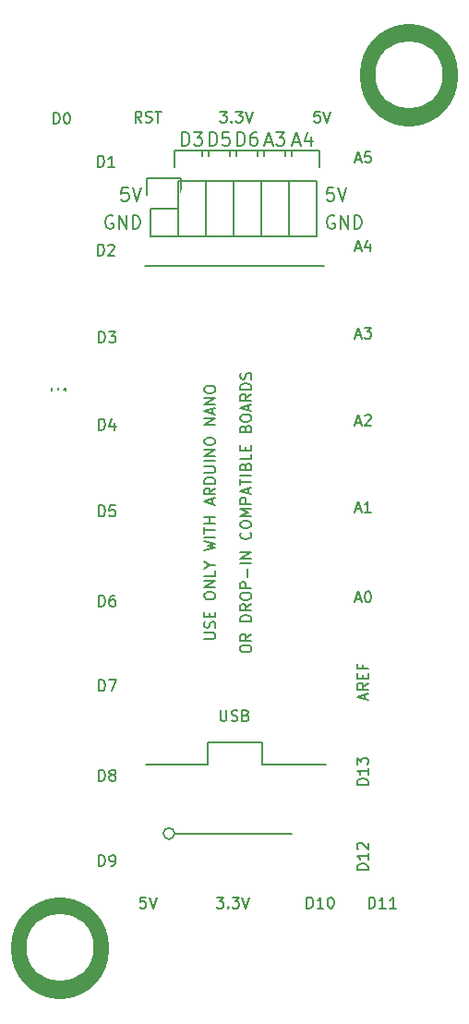
<source format=gto>
%TF.GenerationSoftware,KiCad,Pcbnew,4.0.5-e0-6337~49~ubuntu16.04.1*%
%TF.CreationDate,2017-08-08T07:01:44-07:00*%
%TF.ProjectId,5x11-Arduino-Nano-Robot-Version,357831312D41726475696E6F2D4E616E,v1.2*%
%TF.FileFunction,Legend,Top*%
%FSLAX46Y46*%
G04 Gerber Fmt 4.6, Leading zero omitted, Abs format (unit mm)*
G04 Created by KiCad (PCBNEW 4.0.5-e0-6337~49~ubuntu16.04.1) date Tue Aug  8 07:01:44 2017*
%MOMM*%
%LPD*%
G01*
G04 APERTURE LIST*
%ADD10C,0.350000*%
%ADD11C,0.200000*%
%ADD12C,0.150000*%
%ADD13C,0.152400*%
%ADD14C,9.000000*%
%ADD15C,0.127000*%
%ADD16C,0.300000*%
%ADD17C,0.254000*%
%ADD18R,2.184400X1.879600*%
%ADD19O,2.184400X1.879600*%
%ADD20R,2.184400X2.184400*%
%ADD21O,2.184400X2.184400*%
%ADD22C,1.879600*%
%ADD23C,6.152400*%
G04 APERTURE END LIST*
D10*
D11*
X28295715Y-88300000D02*
X28181429Y-88242857D01*
X28010000Y-88242857D01*
X27838572Y-88300000D01*
X27724286Y-88414286D01*
X27667143Y-88528571D01*
X27610000Y-88757143D01*
X27610000Y-88928571D01*
X27667143Y-89157143D01*
X27724286Y-89271429D01*
X27838572Y-89385714D01*
X28010000Y-89442857D01*
X28124286Y-89442857D01*
X28295715Y-89385714D01*
X28352858Y-89328571D01*
X28352858Y-88928571D01*
X28124286Y-88928571D01*
X28867143Y-89442857D02*
X28867143Y-88242857D01*
X29552858Y-89442857D01*
X29552858Y-88242857D01*
X30124286Y-89442857D02*
X30124286Y-88242857D01*
X30410001Y-88242857D01*
X30581429Y-88300000D01*
X30695715Y-88414286D01*
X30752858Y-88528571D01*
X30810001Y-88757143D01*
X30810001Y-88928571D01*
X30752858Y-89157143D01*
X30695715Y-89271429D01*
X30581429Y-89385714D01*
X30410001Y-89442857D01*
X30124286Y-89442857D01*
X24542857Y-81480000D02*
X25114286Y-81480000D01*
X24428572Y-81822857D02*
X24828572Y-80622857D01*
X25228572Y-81822857D01*
X26142857Y-81022857D02*
X26142857Y-81822857D01*
X25857143Y-80565714D02*
X25571428Y-81422857D01*
X26314286Y-81422857D01*
X22002857Y-81480000D02*
X22574286Y-81480000D01*
X21888572Y-81822857D02*
X22288572Y-80622857D01*
X22688572Y-81822857D01*
X22974286Y-80622857D02*
X23717143Y-80622857D01*
X23317143Y-81080000D01*
X23488571Y-81080000D01*
X23602857Y-81137143D01*
X23660000Y-81194286D01*
X23717143Y-81308571D01*
X23717143Y-81594286D01*
X23660000Y-81708571D01*
X23602857Y-81765714D01*
X23488571Y-81822857D01*
X23145714Y-81822857D01*
X23031428Y-81765714D01*
X22974286Y-81708571D01*
X19434286Y-81822857D02*
X19434286Y-80622857D01*
X19720001Y-80622857D01*
X19891429Y-80680000D01*
X20005715Y-80794286D01*
X20062858Y-80908571D01*
X20120001Y-81137143D01*
X20120001Y-81308571D01*
X20062858Y-81537143D01*
X20005715Y-81651429D01*
X19891429Y-81765714D01*
X19720001Y-81822857D01*
X19434286Y-81822857D01*
X21148572Y-80622857D02*
X20920001Y-80622857D01*
X20805715Y-80680000D01*
X20748572Y-80737143D01*
X20634286Y-80908571D01*
X20577143Y-81137143D01*
X20577143Y-81594286D01*
X20634286Y-81708571D01*
X20691429Y-81765714D01*
X20805715Y-81822857D01*
X21034286Y-81822857D01*
X21148572Y-81765714D01*
X21205715Y-81708571D01*
X21262858Y-81594286D01*
X21262858Y-81308571D01*
X21205715Y-81194286D01*
X21148572Y-81137143D01*
X21034286Y-81080000D01*
X20805715Y-81080000D01*
X20691429Y-81137143D01*
X20634286Y-81194286D01*
X20577143Y-81308571D01*
X16894286Y-81822857D02*
X16894286Y-80622857D01*
X17180001Y-80622857D01*
X17351429Y-80680000D01*
X17465715Y-80794286D01*
X17522858Y-80908571D01*
X17580001Y-81137143D01*
X17580001Y-81308571D01*
X17522858Y-81537143D01*
X17465715Y-81651429D01*
X17351429Y-81765714D01*
X17180001Y-81822857D01*
X16894286Y-81822857D01*
X18665715Y-80622857D02*
X18094286Y-80622857D01*
X18037143Y-81194286D01*
X18094286Y-81137143D01*
X18208572Y-81080000D01*
X18494286Y-81080000D01*
X18608572Y-81137143D01*
X18665715Y-81194286D01*
X18722858Y-81308571D01*
X18722858Y-81594286D01*
X18665715Y-81708571D01*
X18608572Y-81765714D01*
X18494286Y-81822857D01*
X18208572Y-81822857D01*
X18094286Y-81765714D01*
X18037143Y-81708571D01*
X14354286Y-81822857D02*
X14354286Y-80622857D01*
X14640001Y-80622857D01*
X14811429Y-80680000D01*
X14925715Y-80794286D01*
X14982858Y-80908571D01*
X15040001Y-81137143D01*
X15040001Y-81308571D01*
X14982858Y-81537143D01*
X14925715Y-81651429D01*
X14811429Y-81765714D01*
X14640001Y-81822857D01*
X14354286Y-81822857D01*
X15440001Y-80622857D02*
X16182858Y-80622857D01*
X15782858Y-81080000D01*
X15954286Y-81080000D01*
X16068572Y-81137143D01*
X16125715Y-81194286D01*
X16182858Y-81308571D01*
X16182858Y-81594286D01*
X16125715Y-81708571D01*
X16068572Y-81765714D01*
X15954286Y-81822857D01*
X15611429Y-81822857D01*
X15497143Y-81765714D01*
X15440001Y-81708571D01*
X7975715Y-88300000D02*
X7861429Y-88242857D01*
X7690000Y-88242857D01*
X7518572Y-88300000D01*
X7404286Y-88414286D01*
X7347143Y-88528571D01*
X7290000Y-88757143D01*
X7290000Y-88928571D01*
X7347143Y-89157143D01*
X7404286Y-89271429D01*
X7518572Y-89385714D01*
X7690000Y-89442857D01*
X7804286Y-89442857D01*
X7975715Y-89385714D01*
X8032858Y-89328571D01*
X8032858Y-88928571D01*
X7804286Y-88928571D01*
X8547143Y-89442857D02*
X8547143Y-88242857D01*
X9232858Y-89442857D01*
X9232858Y-88242857D01*
X9804286Y-89442857D02*
X9804286Y-88242857D01*
X10090001Y-88242857D01*
X10261429Y-88300000D01*
X10375715Y-88414286D01*
X10432858Y-88528571D01*
X10490001Y-88757143D01*
X10490001Y-88928571D01*
X10432858Y-89157143D01*
X10375715Y-89271429D01*
X10261429Y-89385714D01*
X10090001Y-89442857D01*
X9804286Y-89442857D01*
X9404287Y-85702857D02*
X8832858Y-85702857D01*
X8775715Y-86274286D01*
X8832858Y-86217143D01*
X8947144Y-86160000D01*
X9232858Y-86160000D01*
X9347144Y-86217143D01*
X9404287Y-86274286D01*
X9461430Y-86388571D01*
X9461430Y-86674286D01*
X9404287Y-86788571D01*
X9347144Y-86845714D01*
X9232858Y-86902857D01*
X8947144Y-86902857D01*
X8832858Y-86845714D01*
X8775715Y-86788571D01*
X9804287Y-85702857D02*
X10204287Y-86902857D01*
X10604287Y-85702857D01*
X28238572Y-85702857D02*
X27667143Y-85702857D01*
X27610000Y-86274286D01*
X27667143Y-86217143D01*
X27781429Y-86160000D01*
X28067143Y-86160000D01*
X28181429Y-86217143D01*
X28238572Y-86274286D01*
X28295715Y-86388571D01*
X28295715Y-86674286D01*
X28238572Y-86788571D01*
X28181429Y-86845714D01*
X28067143Y-86902857D01*
X27781429Y-86902857D01*
X27667143Y-86845714D01*
X27610000Y-86788571D01*
X28638572Y-85702857D02*
X29038572Y-86902857D01*
X29438572Y-85702857D01*
D12*
X13970000Y-85090000D02*
X13970000Y-90170000D01*
X13970000Y-90170000D02*
X16510000Y-90170000D01*
X16510000Y-90170000D02*
X16510000Y-85090000D01*
X16790000Y-82270000D02*
X16790000Y-83820000D01*
X16510000Y-85090000D02*
X13970000Y-85090000D01*
X13690000Y-83820000D02*
X13690000Y-82270000D01*
X13690000Y-82270000D02*
X16790000Y-82270000D01*
X16510000Y-85090000D02*
X16510000Y-90170000D01*
X16510000Y-90170000D02*
X19050000Y-90170000D01*
X19050000Y-90170000D02*
X19050000Y-85090000D01*
X19330000Y-82270000D02*
X19330000Y-83820000D01*
X19050000Y-85090000D02*
X16510000Y-85090000D01*
X16230000Y-83820000D02*
X16230000Y-82270000D01*
X16230000Y-82270000D02*
X19330000Y-82270000D01*
X21590000Y-85090000D02*
X21590000Y-90170000D01*
X21590000Y-90170000D02*
X24130000Y-90170000D01*
X24130000Y-90170000D02*
X24130000Y-85090000D01*
X24410000Y-82270000D02*
X24410000Y-83820000D01*
X24130000Y-85090000D02*
X21590000Y-85090000D01*
X21310000Y-83820000D02*
X21310000Y-82270000D01*
X21310000Y-82270000D02*
X24410000Y-82270000D01*
X24130000Y-85090000D02*
X24130000Y-90170000D01*
X24130000Y-90170000D02*
X26670000Y-90170000D01*
X26670000Y-90170000D02*
X26670000Y-85090000D01*
X26950000Y-82270000D02*
X26950000Y-83820000D01*
X26670000Y-85090000D02*
X24130000Y-85090000D01*
X23850000Y-83820000D02*
X23850000Y-82270000D01*
X23850000Y-82270000D02*
X26950000Y-82270000D01*
X19050000Y-85090000D02*
X19050000Y-90170000D01*
X19050000Y-90170000D02*
X21590000Y-90170000D01*
X21590000Y-90170000D02*
X21590000Y-85090000D01*
X21870000Y-82270000D02*
X21870000Y-83820000D01*
X21590000Y-85090000D02*
X19050000Y-85090000D01*
X18770000Y-83820000D02*
X18770000Y-82270000D01*
X18770000Y-82270000D02*
X21870000Y-82270000D01*
X13970000Y-87630000D02*
X13970000Y-90170000D01*
X14250000Y-84810000D02*
X14250000Y-86360000D01*
X13970000Y-87630000D02*
X11430000Y-87630000D01*
X11150000Y-86360000D02*
X11150000Y-84810000D01*
X11150000Y-84810000D02*
X14250000Y-84810000D01*
X11430000Y-87630000D02*
X11430000Y-90170000D01*
X11430000Y-90170000D02*
X13970000Y-90170000D01*
D13*
X13716000Y-144907000D02*
X24384000Y-144907000D01*
X13653433Y-144907000D02*
G75*
G03X13653433Y-144907000I-508933J0D01*
G01*
D14*
X35179000Y-75184000D02*
X35179000Y-75565000D01*
D15*
X10962000Y-92861000D02*
X27378000Y-92861000D01*
X21663000Y-136549000D02*
X16710000Y-136549000D01*
X21663000Y-138581000D02*
X21662000Y-136573500D01*
X21663000Y-138581000D02*
X27505000Y-138581000D01*
X16710000Y-138573500D02*
X16710000Y-136573500D01*
X10995000Y-138581000D02*
X16710000Y-138581000D01*
D14*
X3175000Y-155257500D02*
X3175000Y-155638500D01*
D12*
X17861095Y-133588381D02*
X17861095Y-134397905D01*
X17908714Y-134493143D01*
X17956333Y-134540762D01*
X18051571Y-134588381D01*
X18242048Y-134588381D01*
X18337286Y-134540762D01*
X18384905Y-134493143D01*
X18432524Y-134397905D01*
X18432524Y-133588381D01*
X18861095Y-134540762D02*
X19003952Y-134588381D01*
X19242048Y-134588381D01*
X19337286Y-134540762D01*
X19384905Y-134493143D01*
X19432524Y-134397905D01*
X19432524Y-134302667D01*
X19384905Y-134207429D01*
X19337286Y-134159810D01*
X19242048Y-134112190D01*
X19051571Y-134064571D01*
X18956333Y-134016952D01*
X18908714Y-133969333D01*
X18861095Y-133874095D01*
X18861095Y-133778857D01*
X18908714Y-133683619D01*
X18956333Y-133636000D01*
X19051571Y-133588381D01*
X19289667Y-133588381D01*
X19432524Y-133636000D01*
X20194429Y-134064571D02*
X20337286Y-134112190D01*
X20384905Y-134159810D01*
X20432524Y-134255048D01*
X20432524Y-134397905D01*
X20384905Y-134493143D01*
X20337286Y-134540762D01*
X20242048Y-134588381D01*
X19861095Y-134588381D01*
X19861095Y-133588381D01*
X20194429Y-133588381D01*
X20289667Y-133636000D01*
X20337286Y-133683619D01*
X20384905Y-133778857D01*
X20384905Y-133874095D01*
X20337286Y-133969333D01*
X20289667Y-134016952D01*
X20194429Y-134064571D01*
X19861095Y-134064571D01*
X19685381Y-128055929D02*
X19685381Y-127865452D01*
X19733000Y-127770214D01*
X19828238Y-127674976D01*
X20018714Y-127627357D01*
X20352048Y-127627357D01*
X20542524Y-127674976D01*
X20637762Y-127770214D01*
X20685381Y-127865452D01*
X20685381Y-128055929D01*
X20637762Y-128151167D01*
X20542524Y-128246405D01*
X20352048Y-128294024D01*
X20018714Y-128294024D01*
X19828238Y-128246405D01*
X19733000Y-128151167D01*
X19685381Y-128055929D01*
X20685381Y-126627357D02*
X20209190Y-126960691D01*
X20685381Y-127198786D02*
X19685381Y-127198786D01*
X19685381Y-126817833D01*
X19733000Y-126722595D01*
X19780619Y-126674976D01*
X19875857Y-126627357D01*
X20018714Y-126627357D01*
X20113952Y-126674976D01*
X20161571Y-126722595D01*
X20209190Y-126817833D01*
X20209190Y-127198786D01*
X20685381Y-125436881D02*
X19685381Y-125436881D01*
X19685381Y-125198786D01*
X19733000Y-125055928D01*
X19828238Y-124960690D01*
X19923476Y-124913071D01*
X20113952Y-124865452D01*
X20256810Y-124865452D01*
X20447286Y-124913071D01*
X20542524Y-124960690D01*
X20637762Y-125055928D01*
X20685381Y-125198786D01*
X20685381Y-125436881D01*
X20685381Y-123865452D02*
X20209190Y-124198786D01*
X20685381Y-124436881D02*
X19685381Y-124436881D01*
X19685381Y-124055928D01*
X19733000Y-123960690D01*
X19780619Y-123913071D01*
X19875857Y-123865452D01*
X20018714Y-123865452D01*
X20113952Y-123913071D01*
X20161571Y-123960690D01*
X20209190Y-124055928D01*
X20209190Y-124436881D01*
X19685381Y-123246405D02*
X19685381Y-123055928D01*
X19733000Y-122960690D01*
X19828238Y-122865452D01*
X20018714Y-122817833D01*
X20352048Y-122817833D01*
X20542524Y-122865452D01*
X20637762Y-122960690D01*
X20685381Y-123055928D01*
X20685381Y-123246405D01*
X20637762Y-123341643D01*
X20542524Y-123436881D01*
X20352048Y-123484500D01*
X20018714Y-123484500D01*
X19828238Y-123436881D01*
X19733000Y-123341643D01*
X19685381Y-123246405D01*
X20685381Y-122389262D02*
X19685381Y-122389262D01*
X19685381Y-122008309D01*
X19733000Y-121913071D01*
X19780619Y-121865452D01*
X19875857Y-121817833D01*
X20018714Y-121817833D01*
X20113952Y-121865452D01*
X20161571Y-121913071D01*
X20209190Y-122008309D01*
X20209190Y-122389262D01*
X20304429Y-121389262D02*
X20304429Y-120627357D01*
X20685381Y-120151167D02*
X19685381Y-120151167D01*
X20685381Y-119674977D02*
X19685381Y-119674977D01*
X20685381Y-119103548D01*
X19685381Y-119103548D01*
X20590143Y-117294024D02*
X20637762Y-117341643D01*
X20685381Y-117484500D01*
X20685381Y-117579738D01*
X20637762Y-117722596D01*
X20542524Y-117817834D01*
X20447286Y-117865453D01*
X20256810Y-117913072D01*
X20113952Y-117913072D01*
X19923476Y-117865453D01*
X19828238Y-117817834D01*
X19733000Y-117722596D01*
X19685381Y-117579738D01*
X19685381Y-117484500D01*
X19733000Y-117341643D01*
X19780619Y-117294024D01*
X19685381Y-116674977D02*
X19685381Y-116484500D01*
X19733000Y-116389262D01*
X19828238Y-116294024D01*
X20018714Y-116246405D01*
X20352048Y-116246405D01*
X20542524Y-116294024D01*
X20637762Y-116389262D01*
X20685381Y-116484500D01*
X20685381Y-116674977D01*
X20637762Y-116770215D01*
X20542524Y-116865453D01*
X20352048Y-116913072D01*
X20018714Y-116913072D01*
X19828238Y-116865453D01*
X19733000Y-116770215D01*
X19685381Y-116674977D01*
X20685381Y-115817834D02*
X19685381Y-115817834D01*
X20399667Y-115484500D01*
X19685381Y-115151167D01*
X20685381Y-115151167D01*
X20685381Y-114674977D02*
X19685381Y-114674977D01*
X19685381Y-114294024D01*
X19733000Y-114198786D01*
X19780619Y-114151167D01*
X19875857Y-114103548D01*
X20018714Y-114103548D01*
X20113952Y-114151167D01*
X20161571Y-114198786D01*
X20209190Y-114294024D01*
X20209190Y-114674977D01*
X20399667Y-113722596D02*
X20399667Y-113246405D01*
X20685381Y-113817834D02*
X19685381Y-113484501D01*
X20685381Y-113151167D01*
X19685381Y-112960691D02*
X19685381Y-112389262D01*
X20685381Y-112674977D02*
X19685381Y-112674977D01*
X20685381Y-112055929D02*
X19685381Y-112055929D01*
X20161571Y-111246405D02*
X20209190Y-111103548D01*
X20256810Y-111055929D01*
X20352048Y-111008310D01*
X20494905Y-111008310D01*
X20590143Y-111055929D01*
X20637762Y-111103548D01*
X20685381Y-111198786D01*
X20685381Y-111579739D01*
X19685381Y-111579739D01*
X19685381Y-111246405D01*
X19733000Y-111151167D01*
X19780619Y-111103548D01*
X19875857Y-111055929D01*
X19971095Y-111055929D01*
X20066333Y-111103548D01*
X20113952Y-111151167D01*
X20161571Y-111246405D01*
X20161571Y-111579739D01*
X20685381Y-110103548D02*
X20685381Y-110579739D01*
X19685381Y-110579739D01*
X20161571Y-109770215D02*
X20161571Y-109436881D01*
X20685381Y-109294024D02*
X20685381Y-109770215D01*
X19685381Y-109770215D01*
X19685381Y-109294024D01*
X20161571Y-107770214D02*
X20209190Y-107627357D01*
X20256810Y-107579738D01*
X20352048Y-107532119D01*
X20494905Y-107532119D01*
X20590143Y-107579738D01*
X20637762Y-107627357D01*
X20685381Y-107722595D01*
X20685381Y-108103548D01*
X19685381Y-108103548D01*
X19685381Y-107770214D01*
X19733000Y-107674976D01*
X19780619Y-107627357D01*
X19875857Y-107579738D01*
X19971095Y-107579738D01*
X20066333Y-107627357D01*
X20113952Y-107674976D01*
X20161571Y-107770214D01*
X20161571Y-108103548D01*
X19685381Y-106913072D02*
X19685381Y-106722595D01*
X19733000Y-106627357D01*
X19828238Y-106532119D01*
X20018714Y-106484500D01*
X20352048Y-106484500D01*
X20542524Y-106532119D01*
X20637762Y-106627357D01*
X20685381Y-106722595D01*
X20685381Y-106913072D01*
X20637762Y-107008310D01*
X20542524Y-107103548D01*
X20352048Y-107151167D01*
X20018714Y-107151167D01*
X19828238Y-107103548D01*
X19733000Y-107008310D01*
X19685381Y-106913072D01*
X20399667Y-106103548D02*
X20399667Y-105627357D01*
X20685381Y-106198786D02*
X19685381Y-105865453D01*
X20685381Y-105532119D01*
X20685381Y-104627357D02*
X20209190Y-104960691D01*
X20685381Y-105198786D02*
X19685381Y-105198786D01*
X19685381Y-104817833D01*
X19733000Y-104722595D01*
X19780619Y-104674976D01*
X19875857Y-104627357D01*
X20018714Y-104627357D01*
X20113952Y-104674976D01*
X20161571Y-104722595D01*
X20209190Y-104817833D01*
X20209190Y-105198786D01*
X20685381Y-104198786D02*
X19685381Y-104198786D01*
X19685381Y-103960691D01*
X19733000Y-103817833D01*
X19828238Y-103722595D01*
X19923476Y-103674976D01*
X20113952Y-103627357D01*
X20256810Y-103627357D01*
X20447286Y-103674976D01*
X20542524Y-103722595D01*
X20637762Y-103817833D01*
X20685381Y-103960691D01*
X20685381Y-104198786D01*
X20637762Y-103246405D02*
X20685381Y-103103548D01*
X20685381Y-102865452D01*
X20637762Y-102770214D01*
X20590143Y-102722595D01*
X20494905Y-102674976D01*
X20399667Y-102674976D01*
X20304429Y-102722595D01*
X20256810Y-102770214D01*
X20209190Y-102865452D01*
X20161571Y-103055929D01*
X20113952Y-103151167D01*
X20066333Y-103198786D01*
X19971095Y-103246405D01*
X19875857Y-103246405D01*
X19780619Y-103198786D01*
X19733000Y-103151167D01*
X19685381Y-103055929D01*
X19685381Y-102817833D01*
X19733000Y-102674976D01*
X16383381Y-127055929D02*
X17192905Y-127055929D01*
X17288143Y-127008310D01*
X17335762Y-126960691D01*
X17383381Y-126865453D01*
X17383381Y-126674976D01*
X17335762Y-126579738D01*
X17288143Y-126532119D01*
X17192905Y-126484500D01*
X16383381Y-126484500D01*
X17335762Y-126055929D02*
X17383381Y-125913072D01*
X17383381Y-125674976D01*
X17335762Y-125579738D01*
X17288143Y-125532119D01*
X17192905Y-125484500D01*
X17097667Y-125484500D01*
X17002429Y-125532119D01*
X16954810Y-125579738D01*
X16907190Y-125674976D01*
X16859571Y-125865453D01*
X16811952Y-125960691D01*
X16764333Y-126008310D01*
X16669095Y-126055929D01*
X16573857Y-126055929D01*
X16478619Y-126008310D01*
X16431000Y-125960691D01*
X16383381Y-125865453D01*
X16383381Y-125627357D01*
X16431000Y-125484500D01*
X16859571Y-125055929D02*
X16859571Y-124722595D01*
X17383381Y-124579738D02*
X17383381Y-125055929D01*
X16383381Y-125055929D01*
X16383381Y-124579738D01*
X16383381Y-123198786D02*
X16383381Y-123008309D01*
X16431000Y-122913071D01*
X16526238Y-122817833D01*
X16716714Y-122770214D01*
X17050048Y-122770214D01*
X17240524Y-122817833D01*
X17335762Y-122913071D01*
X17383381Y-123008309D01*
X17383381Y-123198786D01*
X17335762Y-123294024D01*
X17240524Y-123389262D01*
X17050048Y-123436881D01*
X16716714Y-123436881D01*
X16526238Y-123389262D01*
X16431000Y-123294024D01*
X16383381Y-123198786D01*
X17383381Y-122341643D02*
X16383381Y-122341643D01*
X17383381Y-121770214D01*
X16383381Y-121770214D01*
X17383381Y-120817833D02*
X17383381Y-121294024D01*
X16383381Y-121294024D01*
X16907190Y-120294024D02*
X17383381Y-120294024D01*
X16383381Y-120627357D02*
X16907190Y-120294024D01*
X16383381Y-119960690D01*
X16383381Y-118960690D02*
X17383381Y-118722595D01*
X16669095Y-118532118D01*
X17383381Y-118341642D01*
X16383381Y-118103547D01*
X17383381Y-117722595D02*
X16383381Y-117722595D01*
X16383381Y-117389262D02*
X16383381Y-116817833D01*
X17383381Y-117103548D02*
X16383381Y-117103548D01*
X17383381Y-116484500D02*
X16383381Y-116484500D01*
X16859571Y-116484500D02*
X16859571Y-115913071D01*
X17383381Y-115913071D02*
X16383381Y-115913071D01*
X17097667Y-114722595D02*
X17097667Y-114246404D01*
X17383381Y-114817833D02*
X16383381Y-114484500D01*
X17383381Y-114151166D01*
X17383381Y-113246404D02*
X16907190Y-113579738D01*
X17383381Y-113817833D02*
X16383381Y-113817833D01*
X16383381Y-113436880D01*
X16431000Y-113341642D01*
X16478619Y-113294023D01*
X16573857Y-113246404D01*
X16716714Y-113246404D01*
X16811952Y-113294023D01*
X16859571Y-113341642D01*
X16907190Y-113436880D01*
X16907190Y-113817833D01*
X17383381Y-112817833D02*
X16383381Y-112817833D01*
X16383381Y-112579738D01*
X16431000Y-112436880D01*
X16526238Y-112341642D01*
X16621476Y-112294023D01*
X16811952Y-112246404D01*
X16954810Y-112246404D01*
X17145286Y-112294023D01*
X17240524Y-112341642D01*
X17335762Y-112436880D01*
X17383381Y-112579738D01*
X17383381Y-112817833D01*
X16383381Y-111817833D02*
X17192905Y-111817833D01*
X17288143Y-111770214D01*
X17335762Y-111722595D01*
X17383381Y-111627357D01*
X17383381Y-111436880D01*
X17335762Y-111341642D01*
X17288143Y-111294023D01*
X17192905Y-111246404D01*
X16383381Y-111246404D01*
X17383381Y-110770214D02*
X16383381Y-110770214D01*
X17383381Y-110294024D02*
X16383381Y-110294024D01*
X17383381Y-109722595D01*
X16383381Y-109722595D01*
X16383381Y-109055929D02*
X16383381Y-108865452D01*
X16431000Y-108770214D01*
X16526238Y-108674976D01*
X16716714Y-108627357D01*
X17050048Y-108627357D01*
X17240524Y-108674976D01*
X17335762Y-108770214D01*
X17383381Y-108865452D01*
X17383381Y-109055929D01*
X17335762Y-109151167D01*
X17240524Y-109246405D01*
X17050048Y-109294024D01*
X16716714Y-109294024D01*
X16526238Y-109246405D01*
X16431000Y-109151167D01*
X16383381Y-109055929D01*
X17383381Y-107436881D02*
X16383381Y-107436881D01*
X17383381Y-106865452D01*
X16383381Y-106865452D01*
X17097667Y-106436881D02*
X17097667Y-105960690D01*
X17383381Y-106532119D02*
X16383381Y-106198786D01*
X17383381Y-105865452D01*
X17383381Y-105532119D02*
X16383381Y-105532119D01*
X17383381Y-104960690D01*
X16383381Y-104960690D01*
X16383381Y-104294024D02*
X16383381Y-104103547D01*
X16431000Y-104008309D01*
X16526238Y-103913071D01*
X16716714Y-103865452D01*
X17050048Y-103865452D01*
X17240524Y-103913071D01*
X17335762Y-104008309D01*
X17383381Y-104103547D01*
X17383381Y-104294024D01*
X17335762Y-104389262D01*
X17240524Y-104484500D01*
X17050048Y-104532119D01*
X16716714Y-104532119D01*
X16526238Y-104484500D01*
X16431000Y-104389262D01*
X16383381Y-104294024D01*
X6722905Y-124084381D02*
X6722905Y-123084381D01*
X6961000Y-123084381D01*
X7103858Y-123132000D01*
X7199096Y-123227238D01*
X7246715Y-123322476D01*
X7294334Y-123512952D01*
X7294334Y-123655810D01*
X7246715Y-123846286D01*
X7199096Y-123941524D01*
X7103858Y-124036762D01*
X6961000Y-124084381D01*
X6722905Y-124084381D01*
X8151477Y-123084381D02*
X7961000Y-123084381D01*
X7865762Y-123132000D01*
X7818143Y-123179619D01*
X7722905Y-123322476D01*
X7675286Y-123512952D01*
X7675286Y-123893905D01*
X7722905Y-123989143D01*
X7770524Y-124036762D01*
X7865762Y-124084381D01*
X8056239Y-124084381D01*
X8151477Y-124036762D01*
X8199096Y-123989143D01*
X8246715Y-123893905D01*
X8246715Y-123655810D01*
X8199096Y-123560571D01*
X8151477Y-123512952D01*
X8056239Y-123465333D01*
X7865762Y-123465333D01*
X7770524Y-123512952D01*
X7722905Y-123560571D01*
X7675286Y-123655810D01*
X6722905Y-115834381D02*
X6722905Y-114834381D01*
X6961000Y-114834381D01*
X7103858Y-114882000D01*
X7199096Y-114977238D01*
X7246715Y-115072476D01*
X7294334Y-115262952D01*
X7294334Y-115405810D01*
X7246715Y-115596286D01*
X7199096Y-115691524D01*
X7103858Y-115786762D01*
X6961000Y-115834381D01*
X6722905Y-115834381D01*
X8199096Y-114834381D02*
X7722905Y-114834381D01*
X7675286Y-115310571D01*
X7722905Y-115262952D01*
X7818143Y-115215333D01*
X8056239Y-115215333D01*
X8151477Y-115262952D01*
X8199096Y-115310571D01*
X8246715Y-115405810D01*
X8246715Y-115643905D01*
X8199096Y-115739143D01*
X8151477Y-115786762D01*
X8056239Y-115834381D01*
X7818143Y-115834381D01*
X7722905Y-115786762D01*
X7675286Y-115739143D01*
X6722905Y-140084381D02*
X6722905Y-139084381D01*
X6961000Y-139084381D01*
X7103858Y-139132000D01*
X7199096Y-139227238D01*
X7246715Y-139322476D01*
X7294334Y-139512952D01*
X7294334Y-139655810D01*
X7246715Y-139846286D01*
X7199096Y-139941524D01*
X7103858Y-140036762D01*
X6961000Y-140084381D01*
X6722905Y-140084381D01*
X7865762Y-139512952D02*
X7770524Y-139465333D01*
X7722905Y-139417714D01*
X7675286Y-139322476D01*
X7675286Y-139274857D01*
X7722905Y-139179619D01*
X7770524Y-139132000D01*
X7865762Y-139084381D01*
X8056239Y-139084381D01*
X8151477Y-139132000D01*
X8199096Y-139179619D01*
X8246715Y-139274857D01*
X8246715Y-139322476D01*
X8199096Y-139417714D01*
X8151477Y-139465333D01*
X8056239Y-139512952D01*
X7865762Y-139512952D01*
X7770524Y-139560571D01*
X7722905Y-139608190D01*
X7675286Y-139703429D01*
X7675286Y-139893905D01*
X7722905Y-139989143D01*
X7770524Y-140036762D01*
X7865762Y-140084381D01*
X8056239Y-140084381D01*
X8151477Y-140036762D01*
X8199096Y-139989143D01*
X8246715Y-139893905D01*
X8246715Y-139703429D01*
X8199096Y-139608190D01*
X8151477Y-139560571D01*
X8056239Y-139512952D01*
X6722905Y-131834381D02*
X6722905Y-130834381D01*
X6961000Y-130834381D01*
X7103858Y-130882000D01*
X7199096Y-130977238D01*
X7246715Y-131072476D01*
X7294334Y-131262952D01*
X7294334Y-131405810D01*
X7246715Y-131596286D01*
X7199096Y-131691524D01*
X7103858Y-131786762D01*
X6961000Y-131834381D01*
X6722905Y-131834381D01*
X7627667Y-130834381D02*
X8294334Y-130834381D01*
X7865762Y-131834381D01*
X6722905Y-147894381D02*
X6722905Y-146894381D01*
X6961000Y-146894381D01*
X7103858Y-146942000D01*
X7199096Y-147037238D01*
X7246715Y-147132476D01*
X7294334Y-147322952D01*
X7294334Y-147465810D01*
X7246715Y-147656286D01*
X7199096Y-147751524D01*
X7103858Y-147846762D01*
X6961000Y-147894381D01*
X6722905Y-147894381D01*
X7770524Y-147894381D02*
X7961000Y-147894381D01*
X8056239Y-147846762D01*
X8103858Y-147799143D01*
X8199096Y-147656286D01*
X8246715Y-147465810D01*
X8246715Y-147084857D01*
X8199096Y-146989619D01*
X8151477Y-146942000D01*
X8056239Y-146894381D01*
X7865762Y-146894381D01*
X7770524Y-146942000D01*
X7722905Y-146989619D01*
X7675286Y-147084857D01*
X7675286Y-147322952D01*
X7722905Y-147418190D01*
X7770524Y-147465810D01*
X7865762Y-147513429D01*
X8056239Y-147513429D01*
X8151477Y-147465810D01*
X8199096Y-147418190D01*
X8246715Y-147322952D01*
X11011524Y-150759381D02*
X10535333Y-150759381D01*
X10487714Y-151235571D01*
X10535333Y-151187952D01*
X10630571Y-151140333D01*
X10868667Y-151140333D01*
X10963905Y-151187952D01*
X11011524Y-151235571D01*
X11059143Y-151330810D01*
X11059143Y-151568905D01*
X11011524Y-151664143D01*
X10963905Y-151711762D01*
X10868667Y-151759381D01*
X10630571Y-151759381D01*
X10535333Y-151711762D01*
X10487714Y-151664143D01*
X11344857Y-150759381D02*
X11678190Y-151759381D01*
X12011524Y-150759381D01*
X6722905Y-107894381D02*
X6722905Y-106894381D01*
X6961000Y-106894381D01*
X7103858Y-106942000D01*
X7199096Y-107037238D01*
X7246715Y-107132476D01*
X7294334Y-107322952D01*
X7294334Y-107465810D01*
X7246715Y-107656286D01*
X7199096Y-107751524D01*
X7103858Y-107846762D01*
X6961000Y-107894381D01*
X6722905Y-107894381D01*
X8151477Y-107227714D02*
X8151477Y-107894381D01*
X7913381Y-106846762D02*
X7675286Y-107561048D01*
X8294334Y-107561048D01*
X6722905Y-99894381D02*
X6722905Y-98894381D01*
X6961000Y-98894381D01*
X7103858Y-98942000D01*
X7199096Y-99037238D01*
X7246715Y-99132476D01*
X7294334Y-99322952D01*
X7294334Y-99465810D01*
X7246715Y-99656286D01*
X7199096Y-99751524D01*
X7103858Y-99846762D01*
X6961000Y-99894381D01*
X6722905Y-99894381D01*
X7627667Y-98894381D02*
X8246715Y-98894381D01*
X7913381Y-99275333D01*
X8056239Y-99275333D01*
X8151477Y-99322952D01*
X8199096Y-99370571D01*
X8246715Y-99465810D01*
X8246715Y-99703905D01*
X8199096Y-99799143D01*
X8151477Y-99846762D01*
X8056239Y-99894381D01*
X7770524Y-99894381D01*
X7675286Y-99846762D01*
X7627667Y-99799143D01*
X6627905Y-91894381D02*
X6627905Y-90894381D01*
X6866000Y-90894381D01*
X7008858Y-90942000D01*
X7104096Y-91037238D01*
X7151715Y-91132476D01*
X7199334Y-91322952D01*
X7199334Y-91465810D01*
X7151715Y-91656286D01*
X7104096Y-91751524D01*
X7008858Y-91846762D01*
X6866000Y-91894381D01*
X6627905Y-91894381D01*
X7580286Y-90989619D02*
X7627905Y-90942000D01*
X7723143Y-90894381D01*
X7961239Y-90894381D01*
X8056477Y-90942000D01*
X8104096Y-90989619D01*
X8151715Y-91084857D01*
X8151715Y-91180095D01*
X8104096Y-91322952D01*
X7532667Y-91894381D01*
X8151715Y-91894381D01*
X17525810Y-150759381D02*
X18144858Y-150759381D01*
X17811524Y-151140333D01*
X17954382Y-151140333D01*
X18049620Y-151187952D01*
X18097239Y-151235571D01*
X18144858Y-151330810D01*
X18144858Y-151568905D01*
X18097239Y-151664143D01*
X18049620Y-151711762D01*
X17954382Y-151759381D01*
X17668667Y-151759381D01*
X17573429Y-151711762D01*
X17525810Y-151664143D01*
X18573429Y-151664143D02*
X18621048Y-151711762D01*
X18573429Y-151759381D01*
X18525810Y-151711762D01*
X18573429Y-151664143D01*
X18573429Y-151759381D01*
X18954381Y-150759381D02*
X19573429Y-150759381D01*
X19240095Y-151140333D01*
X19382953Y-151140333D01*
X19478191Y-151187952D01*
X19525810Y-151235571D01*
X19573429Y-151330810D01*
X19573429Y-151568905D01*
X19525810Y-151664143D01*
X19478191Y-151711762D01*
X19382953Y-151759381D01*
X19097238Y-151759381D01*
X19002000Y-151711762D01*
X18954381Y-151664143D01*
X19859143Y-150759381D02*
X20192476Y-151759381D01*
X20525810Y-150759381D01*
X25787714Y-151759381D02*
X25787714Y-150759381D01*
X26025809Y-150759381D01*
X26168667Y-150807000D01*
X26263905Y-150902238D01*
X26311524Y-150997476D01*
X26359143Y-151187952D01*
X26359143Y-151330810D01*
X26311524Y-151521286D01*
X26263905Y-151616524D01*
X26168667Y-151711762D01*
X26025809Y-151759381D01*
X25787714Y-151759381D01*
X27311524Y-151759381D02*
X26740095Y-151759381D01*
X27025809Y-151759381D02*
X27025809Y-150759381D01*
X26930571Y-150902238D01*
X26835333Y-150997476D01*
X26740095Y-151045095D01*
X27930571Y-150759381D02*
X28025810Y-150759381D01*
X28121048Y-150807000D01*
X28168667Y-150854619D01*
X28216286Y-150949857D01*
X28263905Y-151140333D01*
X28263905Y-151378429D01*
X28216286Y-151568905D01*
X28168667Y-151664143D01*
X28121048Y-151711762D01*
X28025810Y-151759381D01*
X27930571Y-151759381D01*
X27835333Y-151711762D01*
X27787714Y-151664143D01*
X27740095Y-151568905D01*
X27692476Y-151378429D01*
X27692476Y-151140333D01*
X27740095Y-150949857D01*
X27787714Y-150854619D01*
X27835333Y-150807000D01*
X27930571Y-150759381D01*
X30241714Y-115167667D02*
X30717905Y-115167667D01*
X30146476Y-115453381D02*
X30479809Y-114453381D01*
X30813143Y-115453381D01*
X31670286Y-115453381D02*
X31098857Y-115453381D01*
X31384571Y-115453381D02*
X31384571Y-114453381D01*
X31289333Y-114596238D01*
X31194095Y-114691476D01*
X31098857Y-114739095D01*
X30241714Y-107227667D02*
X30717905Y-107227667D01*
X30146476Y-107513381D02*
X30479809Y-106513381D01*
X30813143Y-107513381D01*
X31098857Y-106608619D02*
X31146476Y-106561000D01*
X31241714Y-106513381D01*
X31479810Y-106513381D01*
X31575048Y-106561000D01*
X31622667Y-106608619D01*
X31670286Y-106703857D01*
X31670286Y-106799095D01*
X31622667Y-106941952D01*
X31051238Y-107513381D01*
X31670286Y-107513381D01*
X30241714Y-99227667D02*
X30717905Y-99227667D01*
X30146476Y-99513381D02*
X30479809Y-98513381D01*
X30813143Y-99513381D01*
X31051238Y-98513381D02*
X31670286Y-98513381D01*
X31336952Y-98894333D01*
X31479810Y-98894333D01*
X31575048Y-98941952D01*
X31622667Y-98989571D01*
X31670286Y-99084810D01*
X31670286Y-99322905D01*
X31622667Y-99418143D01*
X31575048Y-99465762D01*
X31479810Y-99513381D01*
X31194095Y-99513381D01*
X31098857Y-99465762D01*
X31051238Y-99418143D01*
X30241714Y-91227667D02*
X30717905Y-91227667D01*
X30146476Y-91513381D02*
X30479809Y-90513381D01*
X30813143Y-91513381D01*
X31575048Y-90846714D02*
X31575048Y-91513381D01*
X31336952Y-90465762D02*
X31098857Y-91180048D01*
X31717905Y-91180048D01*
X30241714Y-123417667D02*
X30717905Y-123417667D01*
X30146476Y-123703381D02*
X30479809Y-122703381D01*
X30813143Y-123703381D01*
X31336952Y-122703381D02*
X31432191Y-122703381D01*
X31527429Y-122751000D01*
X31575048Y-122798619D01*
X31622667Y-122893857D01*
X31670286Y-123084333D01*
X31670286Y-123322429D01*
X31622667Y-123512905D01*
X31575048Y-123608143D01*
X31527429Y-123655762D01*
X31432191Y-123703381D01*
X31336952Y-123703381D01*
X31241714Y-123655762D01*
X31194095Y-123608143D01*
X31146476Y-123512905D01*
X31098857Y-123322429D01*
X31098857Y-123084333D01*
X31146476Y-122893857D01*
X31194095Y-122798619D01*
X31241714Y-122751000D01*
X31336952Y-122703381D01*
X31408381Y-140435286D02*
X30408381Y-140435286D01*
X30408381Y-140197191D01*
X30456000Y-140054333D01*
X30551238Y-139959095D01*
X30646476Y-139911476D01*
X30836952Y-139863857D01*
X30979810Y-139863857D01*
X31170286Y-139911476D01*
X31265524Y-139959095D01*
X31360762Y-140054333D01*
X31408381Y-140197191D01*
X31408381Y-140435286D01*
X31408381Y-138911476D02*
X31408381Y-139482905D01*
X31408381Y-139197191D02*
X30408381Y-139197191D01*
X30551238Y-139292429D01*
X30646476Y-139387667D01*
X30694095Y-139482905D01*
X30408381Y-138578143D02*
X30408381Y-137959095D01*
X30789333Y-138292429D01*
X30789333Y-138149571D01*
X30836952Y-138054333D01*
X30884571Y-138006714D01*
X30979810Y-137959095D01*
X31217905Y-137959095D01*
X31313143Y-138006714D01*
X31360762Y-138054333D01*
X31408381Y-138149571D01*
X31408381Y-138435286D01*
X31360762Y-138530524D01*
X31313143Y-138578143D01*
X31122667Y-132600048D02*
X31122667Y-132123857D01*
X31408381Y-132695286D02*
X30408381Y-132361953D01*
X31408381Y-132028619D01*
X31408381Y-131123857D02*
X30932190Y-131457191D01*
X31408381Y-131695286D02*
X30408381Y-131695286D01*
X30408381Y-131314333D01*
X30456000Y-131219095D01*
X30503619Y-131171476D01*
X30598857Y-131123857D01*
X30741714Y-131123857D01*
X30836952Y-131171476D01*
X30884571Y-131219095D01*
X30932190Y-131314333D01*
X30932190Y-131695286D01*
X30884571Y-130695286D02*
X30884571Y-130361952D01*
X31408381Y-130219095D02*
X31408381Y-130695286D01*
X30408381Y-130695286D01*
X30408381Y-130219095D01*
X30884571Y-129457190D02*
X30884571Y-129790524D01*
X31408381Y-129790524D02*
X30408381Y-129790524D01*
X30408381Y-129314333D01*
X31408381Y-148245286D02*
X30408381Y-148245286D01*
X30408381Y-148007191D01*
X30456000Y-147864333D01*
X30551238Y-147769095D01*
X30646476Y-147721476D01*
X30836952Y-147673857D01*
X30979810Y-147673857D01*
X31170286Y-147721476D01*
X31265524Y-147769095D01*
X31360762Y-147864333D01*
X31408381Y-148007191D01*
X31408381Y-148245286D01*
X31408381Y-146721476D02*
X31408381Y-147292905D01*
X31408381Y-147007191D02*
X30408381Y-147007191D01*
X30551238Y-147102429D01*
X30646476Y-147197667D01*
X30694095Y-147292905D01*
X30503619Y-146340524D02*
X30456000Y-146292905D01*
X30408381Y-146197667D01*
X30408381Y-145959571D01*
X30456000Y-145864333D01*
X30503619Y-145816714D01*
X30598857Y-145769095D01*
X30694095Y-145769095D01*
X30836952Y-145816714D01*
X31408381Y-146388143D01*
X31408381Y-145769095D01*
X31487714Y-151759381D02*
X31487714Y-150759381D01*
X31725809Y-150759381D01*
X31868667Y-150807000D01*
X31963905Y-150902238D01*
X32011524Y-150997476D01*
X32059143Y-151187952D01*
X32059143Y-151330810D01*
X32011524Y-151521286D01*
X31963905Y-151616524D01*
X31868667Y-151711762D01*
X31725809Y-151759381D01*
X31487714Y-151759381D01*
X33011524Y-151759381D02*
X32440095Y-151759381D01*
X32725809Y-151759381D02*
X32725809Y-150759381D01*
X32630571Y-150902238D01*
X32535333Y-150997476D01*
X32440095Y-151045095D01*
X33963905Y-151759381D02*
X33392476Y-151759381D01*
X33678190Y-151759381D02*
X33678190Y-150759381D01*
X33582952Y-150902238D01*
X33487714Y-150997476D01*
X33392476Y-151045095D01*
X2413095Y-104017381D02*
X2413095Y-104826905D01*
X2460714Y-104922143D01*
X2508333Y-104969762D01*
X2603571Y-105017381D01*
X2794048Y-105017381D01*
X2889286Y-104969762D01*
X2936905Y-104922143D01*
X2984524Y-104826905D01*
X2984524Y-104017381D01*
X3984524Y-105017381D02*
X3413095Y-105017381D01*
X3698809Y-105017381D02*
X3698809Y-104017381D01*
X3603571Y-104160238D01*
X3508333Y-104255476D01*
X3413095Y-104303095D01*
X30241714Y-83097667D02*
X30717905Y-83097667D01*
X30146476Y-83383381D02*
X30479809Y-82383381D01*
X30813143Y-83383381D01*
X31622667Y-82383381D02*
X31146476Y-82383381D01*
X31098857Y-82859571D01*
X31146476Y-82811952D01*
X31241714Y-82764333D01*
X31479810Y-82764333D01*
X31575048Y-82811952D01*
X31622667Y-82859571D01*
X31670286Y-82954810D01*
X31670286Y-83192905D01*
X31622667Y-83288143D01*
X31575048Y-83335762D01*
X31479810Y-83383381D01*
X31241714Y-83383381D01*
X31146476Y-83335762D01*
X31098857Y-83288143D01*
X2563905Y-79827381D02*
X2563905Y-78827381D01*
X2802000Y-78827381D01*
X2944858Y-78875000D01*
X3040096Y-78970238D01*
X3087715Y-79065476D01*
X3135334Y-79255952D01*
X3135334Y-79398810D01*
X3087715Y-79589286D01*
X3040096Y-79684524D01*
X2944858Y-79779762D01*
X2802000Y-79827381D01*
X2563905Y-79827381D01*
X3754381Y-78827381D02*
X3849620Y-78827381D01*
X3944858Y-78875000D01*
X3992477Y-78922619D01*
X4040096Y-79017857D01*
X4087715Y-79208333D01*
X4087715Y-79446429D01*
X4040096Y-79636905D01*
X3992477Y-79732143D01*
X3944858Y-79779762D01*
X3849620Y-79827381D01*
X3754381Y-79827381D01*
X3659143Y-79779762D01*
X3611524Y-79732143D01*
X3563905Y-79636905D01*
X3516286Y-79446429D01*
X3516286Y-79208333D01*
X3563905Y-79017857D01*
X3611524Y-78922619D01*
X3659143Y-78875000D01*
X3754381Y-78827381D01*
X10628381Y-79700381D02*
X10295047Y-79224190D01*
X10056952Y-79700381D02*
X10056952Y-78700381D01*
X10437905Y-78700381D01*
X10533143Y-78748000D01*
X10580762Y-78795619D01*
X10628381Y-78890857D01*
X10628381Y-79033714D01*
X10580762Y-79128952D01*
X10533143Y-79176571D01*
X10437905Y-79224190D01*
X10056952Y-79224190D01*
X11009333Y-79652762D02*
X11152190Y-79700381D01*
X11390286Y-79700381D01*
X11485524Y-79652762D01*
X11533143Y-79605143D01*
X11580762Y-79509905D01*
X11580762Y-79414667D01*
X11533143Y-79319429D01*
X11485524Y-79271810D01*
X11390286Y-79224190D01*
X11199809Y-79176571D01*
X11104571Y-79128952D01*
X11056952Y-79081333D01*
X11009333Y-78986095D01*
X11009333Y-78890857D01*
X11056952Y-78795619D01*
X11104571Y-78748000D01*
X11199809Y-78700381D01*
X11437905Y-78700381D01*
X11580762Y-78748000D01*
X11866476Y-78700381D02*
X12437905Y-78700381D01*
X12152190Y-79700381D02*
X12152190Y-78700381D01*
X17827810Y-78700381D02*
X18446858Y-78700381D01*
X18113524Y-79081333D01*
X18256382Y-79081333D01*
X18351620Y-79128952D01*
X18399239Y-79176571D01*
X18446858Y-79271810D01*
X18446858Y-79509905D01*
X18399239Y-79605143D01*
X18351620Y-79652762D01*
X18256382Y-79700381D01*
X17970667Y-79700381D01*
X17875429Y-79652762D01*
X17827810Y-79605143D01*
X18875429Y-79605143D02*
X18923048Y-79652762D01*
X18875429Y-79700381D01*
X18827810Y-79652762D01*
X18875429Y-79605143D01*
X18875429Y-79700381D01*
X19256381Y-78700381D02*
X19875429Y-78700381D01*
X19542095Y-79081333D01*
X19684953Y-79081333D01*
X19780191Y-79128952D01*
X19827810Y-79176571D01*
X19875429Y-79271810D01*
X19875429Y-79509905D01*
X19827810Y-79605143D01*
X19780191Y-79652762D01*
X19684953Y-79700381D01*
X19399238Y-79700381D01*
X19304000Y-79652762D01*
X19256381Y-79605143D01*
X20161143Y-78700381D02*
X20494476Y-79700381D01*
X20827810Y-78700381D01*
X26987524Y-78700381D02*
X26511333Y-78700381D01*
X26463714Y-79176571D01*
X26511333Y-79128952D01*
X26606571Y-79081333D01*
X26844667Y-79081333D01*
X26939905Y-79128952D01*
X26987524Y-79176571D01*
X27035143Y-79271810D01*
X27035143Y-79509905D01*
X26987524Y-79605143D01*
X26939905Y-79652762D01*
X26844667Y-79700381D01*
X26606571Y-79700381D01*
X26511333Y-79652762D01*
X26463714Y-79605143D01*
X27320857Y-78700381D02*
X27654190Y-79700381D01*
X27987524Y-78700381D01*
X6627905Y-83764381D02*
X6627905Y-82764381D01*
X6866000Y-82764381D01*
X7008858Y-82812000D01*
X7104096Y-82907238D01*
X7151715Y-83002476D01*
X7199334Y-83192952D01*
X7199334Y-83335810D01*
X7151715Y-83526286D01*
X7104096Y-83621524D01*
X7008858Y-83716762D01*
X6866000Y-83764381D01*
X6627905Y-83764381D01*
X8151715Y-83764381D02*
X7580286Y-83764381D01*
X7866000Y-83764381D02*
X7866000Y-82764381D01*
X7770762Y-82907238D01*
X7675524Y-83002476D01*
X7580286Y-83050095D01*
%LPC*%
D16*
X15482572Y-146712714D02*
X15411143Y-146784143D01*
X15196857Y-146855571D01*
X15054000Y-146855571D01*
X14839715Y-146784143D01*
X14696857Y-146641286D01*
X14625429Y-146498429D01*
X14554000Y-146212714D01*
X14554000Y-145998429D01*
X14625429Y-145712714D01*
X14696857Y-145569857D01*
X14839715Y-145427000D01*
X15054000Y-145355571D01*
X15196857Y-145355571D01*
X15411143Y-145427000D01*
X15482572Y-145498429D01*
X16125429Y-146855571D02*
X16125429Y-145355571D01*
X17696858Y-146855571D02*
X17196858Y-146141286D01*
X16839715Y-146855571D02*
X16839715Y-145355571D01*
X17411143Y-145355571D01*
X17554001Y-145427000D01*
X17625429Y-145498429D01*
X17696858Y-145641286D01*
X17696858Y-145855571D01*
X17625429Y-145998429D01*
X17554001Y-146069857D01*
X17411143Y-146141286D01*
X16839715Y-146141286D01*
X19196858Y-146712714D02*
X19125429Y-146784143D01*
X18911143Y-146855571D01*
X18768286Y-146855571D01*
X18554001Y-146784143D01*
X18411143Y-146641286D01*
X18339715Y-146498429D01*
X18268286Y-146212714D01*
X18268286Y-145998429D01*
X18339715Y-145712714D01*
X18411143Y-145569857D01*
X18554001Y-145427000D01*
X18768286Y-145355571D01*
X18911143Y-145355571D01*
X19125429Y-145427000D01*
X19196858Y-145498429D01*
X19839715Y-145355571D02*
X19839715Y-146569857D01*
X19911143Y-146712714D01*
X19982572Y-146784143D01*
X20125429Y-146855571D01*
X20411143Y-146855571D01*
X20554001Y-146784143D01*
X20625429Y-146712714D01*
X20696858Y-146569857D01*
X20696858Y-145355571D01*
X21411144Y-146855571D02*
X21411144Y-145355571D01*
X21911144Y-145355571D02*
X22768287Y-145355571D01*
X22339716Y-146855571D02*
X22339716Y-145355571D01*
X23196858Y-146784143D02*
X23411144Y-146855571D01*
X23768287Y-146855571D01*
X23911144Y-146784143D01*
X23982573Y-146712714D01*
X24054001Y-146569857D01*
X24054001Y-146427000D01*
X23982573Y-146284143D01*
X23911144Y-146212714D01*
X23768287Y-146141286D01*
X23482573Y-146069857D01*
X23339715Y-145998429D01*
X23268287Y-145927000D01*
X23196858Y-145784143D01*
X23196858Y-145641286D01*
X23268287Y-145498429D01*
X23339715Y-145427000D01*
X23482573Y-145355571D01*
X23839715Y-145355571D01*
X24054001Y-145427000D01*
X14859287Y-144299714D02*
X14787858Y-144371143D01*
X14573572Y-144442571D01*
X14430715Y-144442571D01*
X14216430Y-144371143D01*
X14073572Y-144228286D01*
X14002144Y-144085429D01*
X13930715Y-143799714D01*
X13930715Y-143585429D01*
X14002144Y-143299714D01*
X14073572Y-143156857D01*
X14216430Y-143014000D01*
X14430715Y-142942571D01*
X14573572Y-142942571D01*
X14787858Y-143014000D01*
X14859287Y-143085429D01*
X16359287Y-144442571D02*
X15859287Y-143728286D01*
X15502144Y-144442571D02*
X15502144Y-142942571D01*
X16073572Y-142942571D01*
X16216430Y-143014000D01*
X16287858Y-143085429D01*
X16359287Y-143228286D01*
X16359287Y-143442571D01*
X16287858Y-143585429D01*
X16216430Y-143656857D01*
X16073572Y-143728286D01*
X15502144Y-143728286D01*
X16930715Y-144014000D02*
X17645001Y-144014000D01*
X16787858Y-144442571D02*
X17287858Y-142942571D01*
X17787858Y-144442571D01*
X18145001Y-142942571D02*
X19145001Y-142942571D01*
X18145001Y-144442571D01*
X19145001Y-144442571D01*
X20002143Y-143728286D02*
X20002143Y-144442571D01*
X19502143Y-142942571D02*
X20002143Y-143728286D01*
X20502143Y-142942571D01*
D13*
X25400000Y-143700500D02*
X24257000Y-144653000D01*
X24066500Y-144653000D02*
X25400000Y-143700500D01*
X25019000Y-143827500D02*
X24066500Y-144653000D01*
X23939500Y-144589500D02*
X25019000Y-143827500D01*
X24828500Y-143891000D02*
X23939500Y-144589500D01*
X23685500Y-144653000D02*
X24828500Y-143891000D01*
X24511000Y-144018000D02*
X23685500Y-144653000D01*
X23558500Y-144589500D02*
X24511000Y-144018000D01*
X24320500Y-144018000D02*
X23558500Y-144589500D01*
X23558500Y-144462500D02*
X24320500Y-144018000D01*
X24066500Y-144018000D02*
X23558500Y-144462500D01*
X23495000Y-144335500D02*
X24066500Y-144018000D01*
X24066500Y-143827500D02*
X23495000Y-144335500D01*
X24066500Y-143700500D02*
X23431500Y-144208500D01*
X24193500Y-143510000D02*
X23368000Y-144081500D01*
X24193500Y-143383000D02*
X23368000Y-143954500D01*
D17*
X22352000Y-144589500D02*
X21717000Y-143700500D01*
D13*
X24257000Y-144716500D02*
X22288500Y-144716500D01*
X25844500Y-143573500D02*
X24257000Y-144716500D01*
X24066500Y-144018000D02*
X25844500Y-143573500D01*
X24384000Y-143129000D02*
X24066500Y-144018000D01*
X23304500Y-143827500D02*
X24384000Y-143129000D01*
X22479000Y-142367000D02*
X23304500Y-143891000D01*
X22542500Y-143764000D02*
X22479000Y-142367000D01*
X21463000Y-143510000D02*
X22542500Y-143764000D01*
X22288500Y-144716500D02*
X21463000Y-143510000D01*
D17*
X22542500Y-144589500D02*
X21907500Y-143700500D01*
X22733000Y-144589500D02*
X22161500Y-143764000D01*
X22860000Y-144589500D02*
X22415500Y-143827500D01*
X23114000Y-144589500D02*
X22669500Y-143764000D01*
X23304500Y-144589500D02*
X22733000Y-143510000D01*
X23495000Y-144589500D02*
X22606000Y-142875000D01*
X22669500Y-143573500D02*
X22606000Y-142748000D01*
D18*
X15240000Y-83820000D03*
D19*
X15240000Y-86360000D03*
X15240000Y-88900000D03*
D18*
X17780000Y-83820000D03*
D19*
X17780000Y-86360000D03*
X17780000Y-88900000D03*
D18*
X22860000Y-83820000D03*
D19*
X22860000Y-86360000D03*
X22860000Y-88900000D03*
D18*
X25400000Y-83820000D03*
D19*
X25400000Y-86360000D03*
X25400000Y-88900000D03*
D18*
X20320000Y-83820000D03*
D19*
X20320000Y-86360000D03*
X20320000Y-88900000D03*
D20*
X12700000Y-86360000D03*
D21*
X12700000Y-88900000D03*
D22*
X26822000Y-132653500D03*
X26822000Y-130113500D03*
X26822000Y-127573500D03*
X26822000Y-125033500D03*
X26822000Y-122493500D03*
X26822000Y-119953500D03*
X26822000Y-117413500D03*
X26822000Y-114873500D03*
X26822000Y-112333500D03*
X26822000Y-109793500D03*
X26822000Y-107253500D03*
X26822000Y-104713500D03*
X26822000Y-102173500D03*
X26822000Y-99633500D03*
X11582000Y-99633500D03*
X11582000Y-107253500D03*
X11582000Y-127573500D03*
X11582000Y-112333500D03*
X11582000Y-109793500D03*
X11582000Y-130113500D03*
X11582000Y-122493500D03*
X11582000Y-132653500D03*
X11582000Y-119953500D03*
X11582000Y-117413500D03*
X11582000Y-114873500D03*
X11582000Y-125033500D03*
X11582000Y-102173500D03*
X11582000Y-104713500D03*
D23*
X3175000Y-115315000D03*
X3176000Y-123315000D03*
X3176000Y-139315000D03*
X3176000Y-107315000D03*
X3176000Y-147315000D03*
X3176000Y-131315000D03*
X3175000Y-99315000D03*
X3175000Y-91315000D03*
X3176000Y-155315000D03*
X11175000Y-155315000D03*
X19175000Y-155315000D03*
X27175000Y-155315000D03*
X19175000Y-75315000D03*
X27175000Y-75315000D03*
X3176000Y-75315000D03*
X11175000Y-75315000D03*
X35175000Y-75315000D03*
X35175000Y-91315000D03*
X35175000Y-99315000D03*
X35175000Y-107315000D03*
X35175000Y-115315000D03*
X35175000Y-123315000D03*
X35175000Y-131315000D03*
X35175000Y-139315000D03*
X35175000Y-147315000D03*
X35175000Y-155315000D03*
D22*
X11582000Y-97093500D03*
X26822000Y-97093500D03*
D23*
X3175000Y-83315000D03*
X35175000Y-83315000D03*
M02*

</source>
